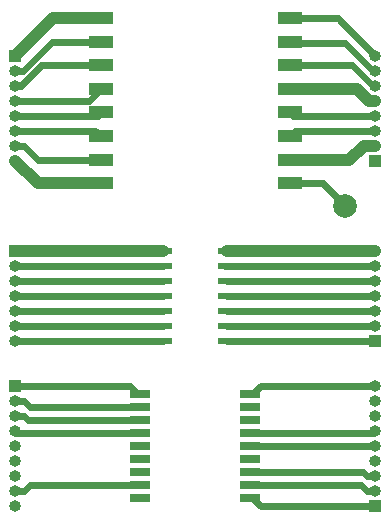
<source format=gbr>
%TF.GenerationSoftware,KiCad,Pcbnew,(5.1.10)-1*%
%TF.CreationDate,2021-12-23T09:49:10-08:00*%
%TF.ProjectId,ats-remote,6174732d-7265-46d6-9f74-652e6b696361,rev?*%
%TF.SameCoordinates,Original*%
%TF.FileFunction,Copper,L1,Top*%
%TF.FilePolarity,Positive*%
%FSLAX46Y46*%
G04 Gerber Fmt 4.6, Leading zero omitted, Abs format (unit mm)*
G04 Created by KiCad (PCBNEW (5.1.10)-1) date 2021-12-23 09:49:10*
%MOMM*%
%LPD*%
G01*
G04 APERTURE LIST*
%TA.AperFunction,SMDPad,CuDef*%
%ADD10R,1.800000X0.700000*%
%TD*%
%TA.AperFunction,SMDPad,CuDef*%
%ADD11R,1.550000X0.600000*%
%TD*%
%TA.AperFunction,SMDPad,CuDef*%
%ADD12R,2.000000X1.000000*%
%TD*%
%TA.AperFunction,ComponentPad*%
%ADD13O,1.000000X1.000000*%
%TD*%
%TA.AperFunction,ComponentPad*%
%ADD14R,1.000000X1.000000*%
%TD*%
%TA.AperFunction,ViaPad*%
%ADD15C,2.000000*%
%TD*%
%TA.AperFunction,Conductor*%
%ADD16C,1.000000*%
%TD*%
%TA.AperFunction,Conductor*%
%ADD17C,0.600000*%
%TD*%
G04 APERTURE END LIST*
D10*
%TO.P,GPS,10*%
%TO.N,YIC_GND_2*%
X162130000Y-119970000D03*
%TO.P,GPS,11*%
%TO.N,YIC_RF_IN*%
X162130000Y-118870000D03*
%TO.P,GPS,12*%
%TO.N,YIC_GND_3*%
X162130000Y-117770000D03*
%TO.P,GPS,13*%
%TO.N,Net-(U3-Pad13)*%
X162130000Y-116670000D03*
%TO.P,GPS,14*%
%TO.N,YIC_VCC_RF*%
X162130000Y-115570000D03*
%TO.P,GPS,15*%
%TO.N,YIC_GND_4*%
X162130000Y-114470000D03*
%TO.P,GPS,16*%
%TO.N,Net-(U3-Pad16)*%
X162130000Y-113370000D03*
%TO.P,GPS,17*%
%TO.N,Net-(U3-Pad17)*%
X162130000Y-112270000D03*
%TO.P,GPS,18*%
%TO.N,YIC_GND_5*%
X162130000Y-111170000D03*
%TO.P,GPS,9*%
%TO.N,Net-(U3-Pad9)*%
X152830000Y-119970000D03*
%TO.P,GPS,8*%
%TO.N,YIC_VCC_3.3V*%
X152830000Y-118870000D03*
%TO.P,GPS,7*%
%TO.N,Net-(U3-Pad7)*%
X152830000Y-117770000D03*
%TO.P,GPS,6*%
%TO.N,Net-(U3-Pad6)*%
X152830000Y-116670000D03*
%TO.P,GPS,5*%
%TO.N,Net-(U3-Pad5)*%
X152830000Y-115570000D03*
%TO.P,GPS,4*%
%TO.N,YIC_PPS*%
X152830000Y-114470000D03*
%TO.P,GPS,3*%
%TO.N,YIC_RXD*%
X152830000Y-113370000D03*
%TO.P,GPS,2*%
%TO.N,YIC_TXD*%
X152830000Y-112270000D03*
%TO.P,GPS,1*%
%TO.N,YIC_GND_1*%
X152830000Y-111170000D03*
%TD*%
D11*
%TO.P,uC,7*%
%TO.N,PIC_RC3*%
X154780000Y-106680000D03*
%TO.P,uC,8*%
%TO.N,PIC_RC2*%
X160180000Y-106680000D03*
%TO.P,uC,6*%
%TO.N,PIC_RC4*%
X154780000Y-105410000D03*
%TO.P,uC,9*%
%TO.N,PIC_RC1*%
X160180000Y-105410000D03*
%TO.P,uC,5*%
%TO.N,PIC_RC5*%
X154780000Y-104140000D03*
%TO.P,uC,10*%
%TO.N,PIC_RC0*%
X160180000Y-104140000D03*
%TO.P,uC,4*%
%TO.N,PIC_RA3*%
X154780000Y-102870000D03*
%TO.P,uC,11*%
%TO.N,PIC_RA2*%
X160180000Y-102870000D03*
%TO.P,uC,3*%
%TO.N,PIC_RA4*%
X154780000Y-101600000D03*
%TO.P,uC,12*%
%TO.N,PIC_RA1*%
X160180000Y-101600000D03*
%TO.P,uC,2*%
%TO.N,PIC_RA5*%
X154780000Y-100330000D03*
%TO.P,uC,13*%
%TO.N,PIC_RA0*%
X160180000Y-100330000D03*
%TO.P,uC,1*%
%TO.N,PIC_VDD*%
X154780000Y-99060000D03*
%TO.P,uC,14*%
%TO.N,PIC_VSS*%
X160180000Y-99060000D03*
%TD*%
D12*
%TO.P,LORA,16*%
%TO.N,LORA_DIO2*%
X165480000Y-79360000D03*
%TO.P,LORA,15*%
%TO.N,LORA_DIO1*%
X165480000Y-81360000D03*
%TO.P,LORA,14*%
%TO.N,LORA_DIO0*%
X165480000Y-83360000D03*
%TO.P,LORA,13*%
%TO.N,LORA_3.3V*%
X165480000Y-85360000D03*
%TO.P,LORA,12*%
%TO.N,LORA_DIO4*%
X165480000Y-87360000D03*
%TO.P,LORA,11*%
%TO.N,LORA_DIO3*%
X165480000Y-89360000D03*
%TO.P,LORA,10*%
%TO.N,LORA_GND_3*%
X165480000Y-91360000D03*
%TO.P,LORA,9*%
%TO.N,LORA_ANT*%
X165480000Y-93360000D03*
%TO.P,LORA,8*%
%TO.N,LORA_GND_2*%
X149480000Y-93360000D03*
%TO.P,LORA,7*%
%TO.N,LORA_DIO5*%
X149480000Y-91360000D03*
%TO.P,LORA,6*%
%TO.N,LORA_RESET*%
X149480000Y-89360000D03*
%TO.P,LORA,5*%
%TO.N,LORA_NSS*%
X149480000Y-87360000D03*
%TO.P,LORA,4*%
%TO.N,LORA_SCK*%
X149480000Y-85360000D03*
%TO.P,LORA,3*%
%TO.N,LORA_MOSI*%
X149480000Y-83360000D03*
%TO.P,LORA,2*%
%TO.N,LORA_MISO*%
X149480000Y-81360000D03*
%TO.P,LORA,1*%
%TO.N,LORA_GND_1*%
X149480000Y-79360000D03*
%TD*%
D13*
%TO.P,J6,9*%
%TO.N,YIC_GND_5*%
X172720000Y-110490000D03*
%TO.P,J6,8*%
%TO.N,Net-(J6-Pad8)*%
X172720000Y-111760000D03*
%TO.P,J6,7*%
%TO.N,Net-(J6-Pad7)*%
X172720000Y-113030000D03*
%TO.P,J6,6*%
%TO.N,YIC_GND_4*%
X172720000Y-114300000D03*
%TO.P,J6,5*%
%TO.N,YIC_VCC_RF*%
X172720000Y-115570000D03*
%TO.P,J6,4*%
%TO.N,Net-(J6-Pad4)*%
X172720000Y-116840000D03*
%TO.P,J6,3*%
%TO.N,YIC_GND_3*%
X172720000Y-118110000D03*
%TO.P,J6,2*%
%TO.N,YIC_RF_IN*%
X172720000Y-119380000D03*
D14*
%TO.P,J6,1*%
%TO.N,YIC_GND_2*%
X172720000Y-120650000D03*
%TD*%
D13*
%TO.P,J5,9*%
%TO.N,Net-(J5-Pad9)*%
X142240000Y-120650000D03*
%TO.P,J5,8*%
%TO.N,YIC_VCC_3.3V*%
X142240000Y-119380000D03*
%TO.P,J5,7*%
%TO.N,Net-(J5-Pad7)*%
X142240000Y-118110000D03*
%TO.P,J5,6*%
%TO.N,Net-(J5-Pad6)*%
X142240000Y-116840000D03*
%TO.P,J5,5*%
%TO.N,Net-(J5-Pad5)*%
X142240000Y-115570000D03*
%TO.P,J5,4*%
%TO.N,YIC_PPS*%
X142240000Y-114300000D03*
%TO.P,J5,3*%
%TO.N,YIC_RXD*%
X142240000Y-113030000D03*
%TO.P,J5,2*%
%TO.N,YIC_TXD*%
X142240000Y-111760000D03*
D14*
%TO.P,J5,1*%
%TO.N,YIC_GND_1*%
X142240000Y-110490000D03*
%TD*%
D13*
%TO.P,J4,7*%
%TO.N,PIC_VSS*%
X172720000Y-99060000D03*
%TO.P,J4,6*%
%TO.N,PIC_RA0*%
X172720000Y-100330000D03*
%TO.P,J4,5*%
%TO.N,PIC_RA1*%
X172720000Y-101600000D03*
%TO.P,J4,4*%
%TO.N,PIC_RA2*%
X172720000Y-102870000D03*
%TO.P,J4,3*%
%TO.N,PIC_RC0*%
X172720000Y-104140000D03*
%TO.P,J4,2*%
%TO.N,PIC_RC1*%
X172720000Y-105410000D03*
D14*
%TO.P,J4,1*%
%TO.N,PIC_RC2*%
X172720000Y-106680000D03*
%TD*%
D13*
%TO.P,J3,7*%
%TO.N,PIC_RC3*%
X142240000Y-106680000D03*
%TO.P,J3,6*%
%TO.N,PIC_RC4*%
X142240000Y-105410000D03*
%TO.P,J3,5*%
%TO.N,PIC_RC5*%
X142240000Y-104140000D03*
%TO.P,J3,4*%
%TO.N,PIC_RA3*%
X142240000Y-102870000D03*
%TO.P,J3,3*%
%TO.N,PIC_RA4*%
X142240000Y-101600000D03*
%TO.P,J3,2*%
%TO.N,PIC_RA5*%
X142240000Y-100330000D03*
D14*
%TO.P,J3,1*%
%TO.N,PIC_VDD*%
X142240000Y-99060000D03*
%TD*%
D13*
%TO.P,J2,8*%
%TO.N,LORA_DIO2*%
X172720000Y-82550000D03*
%TO.P,J2,7*%
%TO.N,LORA_DIO1*%
X172720000Y-83820000D03*
%TO.P,J2,6*%
%TO.N,LORA_DIO0*%
X172720000Y-85090000D03*
%TO.P,J2,5*%
%TO.N,LORA_3.3V*%
X172720000Y-86360000D03*
%TO.P,J2,4*%
%TO.N,LORA_DIO4*%
X172720000Y-87630000D03*
%TO.P,J2,3*%
%TO.N,LORA_DIO3*%
X172720000Y-88900000D03*
%TO.P,J2,2*%
%TO.N,LORA_GND_3*%
X172720000Y-90170000D03*
D14*
%TO.P,J2,1*%
%TO.N,LORA_ANT*%
X172720000Y-91440000D03*
%TD*%
D13*
%TO.P,J1,8*%
%TO.N,LORA_GND_2*%
X142240000Y-91440000D03*
%TO.P,J1,7*%
%TO.N,LORA_DIO5*%
X142240000Y-90170000D03*
%TO.P,J1,6*%
%TO.N,LORA_RESET*%
X142240000Y-88900000D03*
%TO.P,J1,5*%
%TO.N,LORA_NSS*%
X142240000Y-87630000D03*
%TO.P,J1,4*%
%TO.N,LORA_SCK*%
X142240000Y-86360000D03*
%TO.P,J1,3*%
%TO.N,LORA_MOSI*%
X142240000Y-85090000D03*
%TO.P,J1,2*%
%TO.N,LORA_MISO*%
X142240000Y-83820000D03*
D14*
%TO.P,J1,1*%
%TO.N,LORA_GND_1*%
X142240000Y-82550000D03*
%TD*%
D15*
%TO.N,LORA_ANT*%
X170180000Y-95250000D03*
%TD*%
D16*
%TO.N,LORA_GND_2*%
X144160000Y-93360000D02*
X142240000Y-91440000D01*
X149480000Y-93360000D02*
X144160000Y-93360000D01*
D17*
%TO.N,LORA_DIO5*%
X144137106Y-91360000D02*
X149480000Y-91360000D01*
X142947106Y-90170000D02*
X144137106Y-91360000D01*
X142240000Y-90170000D02*
X142947106Y-90170000D01*
%TO.N,LORA_RESET*%
X149020000Y-88900000D02*
X149480000Y-89360000D01*
X142240000Y-88900000D02*
X149020000Y-88900000D01*
%TO.N,LORA_NSS*%
X149210000Y-87630000D02*
X149480000Y-87360000D01*
X142240000Y-87630000D02*
X149210000Y-87630000D01*
%TO.N,LORA_SCK*%
X148480000Y-86360000D02*
X149480000Y-85360000D01*
X142240000Y-86360000D02*
X148480000Y-86360000D01*
%TO.N,LORA_MOSI*%
X144461386Y-83360000D02*
X142731386Y-85090000D01*
X149480000Y-83360000D02*
X144461386Y-83360000D01*
X142731386Y-85090000D02*
X142240000Y-85090000D01*
%TO.N,LORA_MISO*%
X142870002Y-83820000D02*
X142240000Y-83820000D01*
X145330002Y-81360000D02*
X142870002Y-83820000D01*
X149480000Y-81360000D02*
X145330002Y-81360000D01*
D16*
%TO.N,LORA_GND_1*%
X145430000Y-79360000D02*
X142240000Y-82550000D01*
X149480000Y-79360000D02*
X145430000Y-79360000D01*
D17*
%TO.N,LORA_DIO2*%
X169530000Y-79360000D02*
X172720000Y-82550000D01*
X165480000Y-79360000D02*
X169530000Y-79360000D01*
%TO.N,LORA_DIO1*%
X172509998Y-83820000D02*
X170180000Y-81490002D01*
X172720000Y-83820000D02*
X172509998Y-83820000D01*
X165610002Y-81490002D02*
X165480000Y-81360000D01*
X170180000Y-81490002D02*
X165610002Y-81490002D01*
%TO.N,LORA_DIO0*%
X170779998Y-83360000D02*
X165480000Y-83360000D01*
X172509998Y-85090000D02*
X170779998Y-83360000D01*
X172720000Y-85090000D02*
X172509998Y-85090000D01*
D16*
%TO.N,LORA_3.3V*%
X172213998Y-86360000D02*
X172720000Y-86360000D01*
X171213998Y-85360000D02*
X172213998Y-86360000D01*
X165480000Y-85360000D02*
X171213998Y-85360000D01*
D17*
%TO.N,LORA_DIO4*%
X165750000Y-87630000D02*
X165480000Y-87360000D01*
X172720000Y-87630000D02*
X165750000Y-87630000D01*
%TO.N,LORA_DIO3*%
X165940000Y-88900000D02*
X165480000Y-89360000D01*
X172720000Y-88900000D02*
X165940000Y-88900000D01*
D16*
%TO.N,LORA_GND_3*%
X171729998Y-90170000D02*
X172720000Y-90170000D01*
X170539998Y-91360000D02*
X171729998Y-90170000D01*
X165480000Y-91360000D02*
X170539998Y-91360000D01*
%TO.N,LORA_ANT*%
X165480000Y-93360000D02*
X165750000Y-93360000D01*
D17*
X168290000Y-93360000D02*
X170180000Y-95250000D01*
X165480000Y-93360000D02*
X168290000Y-93360000D01*
%TO.N,PIC_RC3*%
X154780000Y-106680000D02*
X142240000Y-106680000D01*
%TO.N,PIC_RC4*%
X154780000Y-105410000D02*
X142240000Y-105410000D01*
%TO.N,PIC_RC5*%
X154780000Y-104140000D02*
X142240000Y-104140000D01*
%TO.N,PIC_RA3*%
X142240000Y-102870000D02*
X154780000Y-102870000D01*
%TO.N,PIC_RA4*%
X154780000Y-101600000D02*
X142240000Y-101600000D01*
%TO.N,PIC_RA5*%
X142240000Y-100330000D02*
X154780000Y-100330000D01*
D16*
%TO.N,PIC_VDD*%
X142240000Y-99060000D02*
X154780000Y-99060000D01*
%TO.N,PIC_VSS*%
X172720000Y-99060000D02*
X160180000Y-99060000D01*
D17*
%TO.N,PIC_RA0*%
X160020000Y-100330000D02*
X172720000Y-100330000D01*
X160180000Y-100330000D02*
X172720000Y-100330000D01*
%TO.N,PIC_RA1*%
X172720000Y-101600000D02*
X160180000Y-101600000D01*
%TO.N,PIC_RA2*%
X172720000Y-102870000D02*
X160180000Y-102870000D01*
%TO.N,PIC_RC0*%
X172720000Y-104140000D02*
X160180000Y-104140000D01*
%TO.N,PIC_RC1*%
X172720000Y-105410000D02*
X160180000Y-105410000D01*
%TO.N,PIC_RC2*%
X172720000Y-106680000D02*
X160180000Y-106680000D01*
%TO.N,YIC_VCC_3.3V*%
X143010000Y-119380000D02*
X142240000Y-119380000D01*
X143520000Y-118870000D02*
X143010000Y-119380000D01*
X152630000Y-118870000D02*
X143520000Y-118870000D01*
%TO.N,YIC_PPS*%
X142410000Y-114470000D02*
X142240000Y-114300000D01*
X152630000Y-114470000D02*
X142410000Y-114470000D01*
%TO.N,YIC_RXD*%
X142947106Y-113030000D02*
X142240000Y-113030000D01*
X143287106Y-113370000D02*
X142947106Y-113030000D01*
X152630000Y-113370000D02*
X143287106Y-113370000D01*
%TO.N,YIC_TXD*%
X142947106Y-111760000D02*
X142240000Y-111760000D01*
X143457106Y-112270000D02*
X142947106Y-111760000D01*
X152630000Y-112270000D02*
X143457106Y-112270000D01*
%TO.N,YIC_GND_1*%
X151950000Y-110490000D02*
X142240000Y-110490000D01*
X152630000Y-111170000D02*
X151950000Y-110490000D01*
%TO.N,YIC_GND_5*%
X163010000Y-110490000D02*
X172720000Y-110490000D01*
X162330000Y-111170000D02*
X163010000Y-110490000D01*
%TO.N,YIC_GND_4*%
X172550000Y-114470000D02*
X172720000Y-114300000D01*
X162330000Y-114470000D02*
X172550000Y-114470000D01*
%TO.N,YIC_VCC_RF*%
X162330000Y-115570000D02*
X172720000Y-115570000D01*
%TO.N,YIC_GND_3*%
X172012894Y-118110000D02*
X172720000Y-118110000D01*
X171672894Y-117770000D02*
X172012894Y-118110000D01*
X162330000Y-117770000D02*
X171672894Y-117770000D01*
%TO.N,YIC_RF_IN*%
X172012894Y-119380000D02*
X172720000Y-119380000D01*
X171502894Y-118870000D02*
X172012894Y-119380000D01*
X162330000Y-118870000D02*
X171502894Y-118870000D01*
%TO.N,YIC_GND_2*%
X163010000Y-120650000D02*
X172720000Y-120650000D01*
X162330000Y-119970000D02*
X163010000Y-120650000D01*
%TD*%
M02*

</source>
